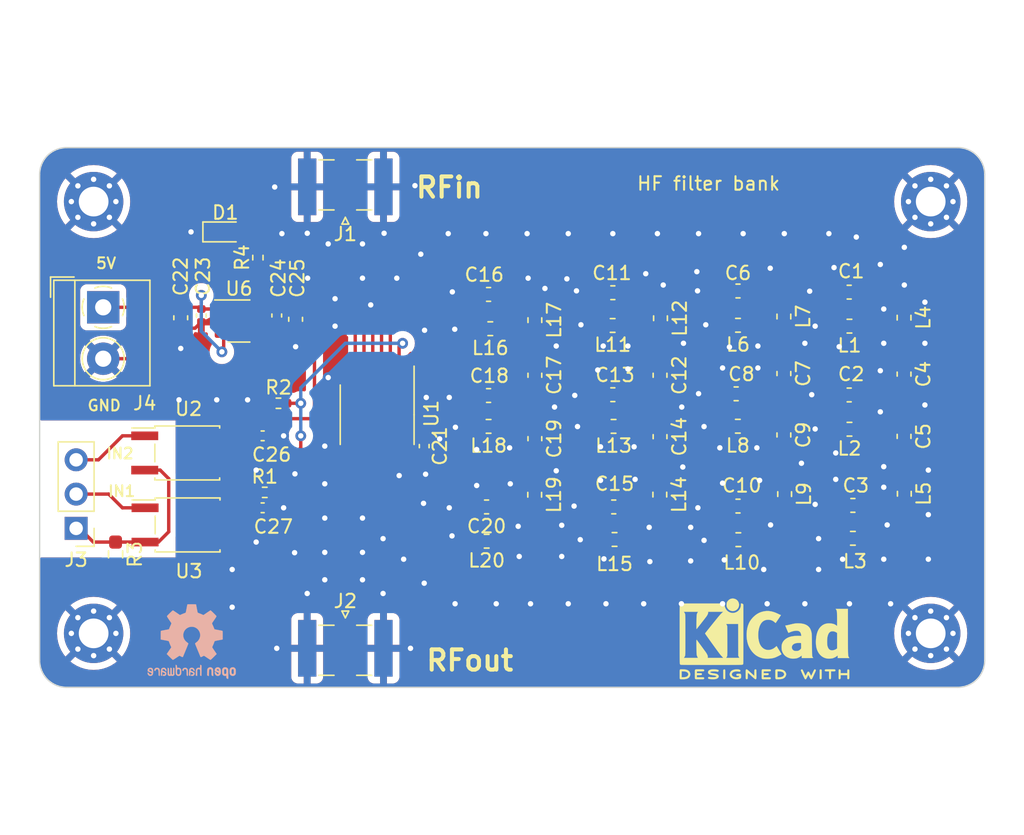
<source format=kicad_pcb>
(kicad_pcb (version 20221018) (generator pcbnew)
  (layers (0 "F.Cu" signal) (31 "B.Cu" signal) (34 "B.Paste" user) (35 "F.Paste" user) (36 "B.SilkS" user "B.Silkscreen") (37 "F.SilkS" user "F.Silkscreen") (38 "B.Mask" user) (39 "F.Mask" user) (44 "Edge.Cuts" user))
  (net 0 "")
  (net 1 "Net-(U1-1S1)")
  (net 2 "GND")
  (net 3 "Net-(C2-Pad1)")
  (net 4 "F1OUT")
  (net 5 "Net-(C4-Pad1)")
  (net 6 "Net-(C5-Pad2)")
  (net 7 "Net-(U1-1S2)")
  (net 8 "Net-(C7-Pad1)")
  (net 9 "Net-(C7-Pad2)")
  (net 10 "Net-(C9-Pad2)")
  (net 11 "F2OUT")
  (net 12 "Net-(U1-1S3)")
  (net 13 "Net-(C12-Pad1)")
  (net 14 "Net-(C12-Pad2)")
  (net 15 "Net-(C14-Pad2)")
  (net 16 "F3OUT")
  (net 17 "Net-(U1-1S4)")
  (net 18 "Net-(C17-Pad1)")
  (net 19 "Net-(C17-Pad2)")
  (net 20 "Net-(C19-Pad2)")
  (net 21 "F4OUT")
  (net 22 "+3V3")
  (net 23 "Net-(J1-In)")
  (net 24 "Net-(J2-In)")
  (net 25 "Net-(J3-Pin_2)")
  (net 26 "Net-(J3-Pin_3)")
  (net 27 "Net-(J4-Pin_1)")
  (net 28 "Net-(J3-Pin_1)")
  (net 29 "Net-(U1-IN1)")
  (net 30 "Net-(U1-IN2)")
  (net 32 "Net-(D1-A)")
  (footprint "Symbol:KiCad-Logo2_5mm_SilkScreen" (layer "F.Cu") (at 103.6828 101.3968)
    (fp_text reference "REF**" hide)
    (fp_text value "KiCad-Logo2_5mm_SilkScreen" hide)
  )
  (footprint "Inductor_SMD:L_0603_1608Metric_Pad1.05x0.95mm_HandSolder" (layer "F.Cu") (at 92.51 85.66 180)
    (fp_text reference "L13")
    (fp_text value "270nH")
  )
  (footprint "Inductor_SMD:L_0603_1608Metric_Pad1.05x0.95mm_HandSolder" (layer "F.Cu") (at 83.38 78.421 180)
    (fp_text reference "L16")
    (fp_text value "100nH")
  )
  (footprint "Capacitor_SMD:C_0603_1608Metric_Pad1.08x0.95mm_HandSolder" (layer "F.Cu") (at 95.953 81.8715 -90)
    (fp_text reference "C12")
    (fp_text value "150p")
  )
  (footprint "Capacitor_SMD:C_0603_1608Metric_Pad1.08x0.95mm_HandSolder" (layer "F.Cu") (at 105.125 86.295 -90)
    (fp_text reference "C9")
    (fp_text value "1000p")
  )
  (footprint "Inductor_SMD:L_0603_1608Metric_Pad1.05x0.95mm_HandSolder" (layer "F.Cu") (at 86.682 77.786 -90)
    (fp_text reference "L17")
    (fp_text value "560nH")
  )
  (footprint "Capacitor_SMD:C_0603_1608Metric_Pad1.08x0.95mm_HandSolder" (layer "F.Cu") (at 92.456 75.754 180)
    (fp_text reference "C11")
    (fp_text value "180p")
  )
  (footprint "Inductor_SMD:L_0603_1608Metric_Pad1.05x0.95mm_HandSolder" (layer "F.Cu") (at 101.727 78.167 180)
    (fp_text reference "L6")
    (fp_text value "2.7uH")
  )
  (footprint "Resistor_SMD:R_0603_1608Metric_Pad0.98x0.95mm_HandSolder" (layer "F.Cu") (at 55.626 95.1465 -90)
    (fp_text reference "R3")
    (fp_text value "10M")
  )
  (footprint "Inductor_SMD:L_0603_1608Metric_Pad1.05x0.95mm_HandSolder" (layer "F.Cu") (at 109.984 85.872 180)
    (fp_text reference "L2")
    (fp_text value "5.6uH")
  )
  (footprint "Inductor_SMD:L_0603_1608Metric_Pad1.05x0.95mm_HandSolder" (layer "F.Cu") (at 95.9358 90.7148 -90)
    (fp_text reference "L14")
    (fp_text value "560nH")
  )
  (footprint "Capacitor_SMD:C_0402_1005Metric" (layer "F.Cu") (at 66.52 91.694)
    (fp_text reference "C27")
    (fp_text value "0.1u")
  )
  (footprint "Resistor_SMD:R_0402_1005Metric_Pad0.72x0.64mm_HandSolder" (layer "F.Cu") (at 66.675 90.551)
    (fp_text reference "R1")
    (fp_text value "4.99k")
  )
  (footprint "Capacitor_SMD:C_0603_1608Metric_Pad1.08x0.95mm_HandSolder" (layer "F.Cu") (at 92.524 91.629 180)
    (fp_text reference "C15")
    (fp_text value "180p")
  )
  (footprint "Capacitor_SMD:C_0603_1608Metric_Pad1.08x0.95mm_HandSolder" (layer "F.Cu") (at 92.456 83.312 180)
    (fp_text reference "C13")
    (fp_text value "330p")
  )
  (footprint "Capacitor_SMD:C_0603_1608Metric" (layer "F.Cu") (at 68.961 77.724 -90)
    (fp_text reference "C25")
    (fp_text value "10u")
  )
  (footprint "Capacitor_SMD:C_0603_1608Metric_Pad1.08x0.95mm_HandSolder" (layer "F.Cu") (at 109.9625 75.712 180)
    (fp_text reference "C1")
    (fp_text value "2200p")
  )
  (footprint "Resistor_SMD:R_0402_1005Metric_Pad0.72x0.64mm_HandSolder" (layer "F.Cu") (at 67.691 83.947)
    (fp_text reference "R2")
    (fp_text value "4.99k")
  )
  (footprint "Package_SO:SO-5_4.4x3.6mm_P1.27mm" (layer "F.Cu") (at 60.96 92.964)
    (fp_text reference "U3")
    (fp_text value "TLP2368")
  )
  (footprint "Capacitor_SMD:C_0402_1005Metric" (layer "F.Cu") (at 67.564 77.442 -90)
    (fp_text reference "C24")
    (fp_text value "1u")
  )
  (footprint "Inductor_SMD:L_0603_1608Metric_Pad1.05x0.95mm_HandSolder" (layer "F.Cu") (at 83.112 94.169 180)
    (fp_text reference "L20")
    (fp_text value "100nH")
  )
  (footprint "Inductor_SMD:L_0603_1608Metric_Pad1.05x0.95mm_HandSolder" (layer "F.Cu") (at 105.125 77.518 -90)
    (fp_text reference "L7")
    (fp_text value "1.5uH")
  )
  (footprint "Inductor_SMD:L_0603_1608Metric_Pad1.05x0.95mm_HandSolder" (layer "F.Cu") (at 101.7156 85.6488 180)
    (fp_text reference "L8")
    (fp_text value "1.5uH")
  )
  (footprint "MountingHole:MountingHole_2.2mm_M2_Pad_Via" (layer "F.Cu") (at 116 69)
    (fp_text reference "H2" hide)
    (fp_text value "MountingHole_Pad")
  )
  (footprint "Inductor_SMD:L_0603_1608Metric_Pad1.05x0.95mm_HandSolder" (layer "F.Cu") (at 92.442 78.1812 180)
    (fp_text reference "L11")
    (fp_text value "470nH")
  )
  (footprint "Connector_Coaxial:SMA_Samtec_SMA-J-P-X-ST-EM1_EdgeMount" (layer "F.Cu") (at 72.644 102.108)
    (fp_text reference "J2")
    (fp_text value "Conn_Coaxial")
  )
  (footprint "Connector_PinHeader_2.54mm:PinHeader_1x03_P2.54mm_Vertical" (layer "F.Cu") (at 52.705 93.218 180)
    (fp_text reference "J3")
    (fp_text value "Conn_01x03")
  )
  (footprint "MountingHole:MountingHole_2.2mm_M2_Pad_Via" (layer "F.Cu") (at 54 69)
    (fp_text reference "H1" hide)
    (fp_text value "MountingHole_Pad")
  )
  (footprint "Inductor_SMD:L_0603_1608Metric_Pad1.05x0.95mm_HandSolder" (layer "F.Cu") (at 92.583 94.042 180)
    (fp_text reference "L15")
    (fp_text value "470nH")
  )
  (footprint "MountingHole:MountingHole_2.2mm_M2_Pad_Via" (layer "F.Cu") (at 54 101)
    (fp_text reference "H3" hide)
    (fp_text value "MountingHole_Pad")
  )
  (footprint "Capacitor_SMD:C_0603_1608Metric_Pad1.08x0.95mm_HandSolder" (layer "F.Cu") (at 105.125 81.7445 -90)
    (fp_text reference "C7")
    (fp_text value "1000p")
  )
  (footprint "Inductor_SMD:L_0603_1608Metric_Pad1.05x0.95mm_HandSolder" (layer "F.Cu") (at 86.668 90.726 -90)
    (fp_text reference "L19")
    (fp_text value "560nH")
  )
  (footprint "Capacitor_SMD:C_0603_1608Metric_Pad1.08x0.95mm_HandSolder" (layer "F.Cu") (at 86.682 81.8715 -90)
    (fp_text reference "C17")
    (fp_text value "33p")
  )
  (footprint "Capacitor_SMD:C_0603_1608Metric" (layer "F.Cu") (at 60.452 77.61 -90)
    (fp_text reference "C22")
    (fp_text value "10u")
  )
  (footprint "Capacitor_SMD:C_0402_1005Metric" (layer "F.Cu") (at 61.976 77.442 -90)
    (fp_text reference "C23")
    (fp_text value "1u")
  )
  (footprint "Capacitor_SMD:C_0603_1608Metric_Pad1.08x0.95mm_HandSolder" (layer "F.Cu") (at 101.727 75.627 180)
    (fp_text reference "C6")
    (fp_text value "470p")
  )
  (footprint "Capacitor_SMD:C_0603_1608Metric_Pad1.08x0.95mm_HandSolder" (layer "F.Cu") (at 83.253 83.374 180)
    (fp_text reference "C18")
    (fp_text value "330p")
  )
  (footprint "Inductor_SMD:L_0603_1608Metric_Pad1.05x0.95mm_HandSolder" (layer "F.Cu") (at 114.0265 77.603 -90)
    (fp_text reference "L4")
    (fp_text value "6.8uH")
  )
  (footprint "LED_SMD:LED_0603_1608Metric_Pad1.05x0.95mm_HandSolder" (layer "F.Cu") (at 63.754 71.247)
    (fp_text reference "D1")
    (fp_text value "LED_Filled")
  )
  (footprint "Package_TO_SOT_SMD:TSOT-23-5" (layer "F.Cu") (at 64.77 77.851)
    (fp_text reference "U6")
    (fp_text value "ADP151AUJZ-3.3")
  )
  (footprint "Capacitor_SMD:C_0603_1608Metric_Pad1.08x0.95mm_HandSolder" (layer "F.Cu") (at 109.9625 83.332 180)
    (fp_text reference "C2")
    (fp_text value "3900p")
  )
  (footprint "Capacitor_SMD:C_0603_1608Metric_Pad1.08x0.95mm_HandSolder" (layer "F.Cu") (at 110.236 91.5162 180)
    (fp_text reference "C3")
    (fp_text value "2200p")
  )
  (footprint "Capacitor_SMD:C_0402_1005Metric" (layer "F.Cu") (at 66.52 86.36)
    (fp_text reference "C26")
    (fp_text value "0.1u")
  )
  (footprint "Inductor_SMD:L_0603_1608Metric_Pad1.05x0.95mm_HandSolder" (layer "F.Cu") (at 110.236 93.9546 180)
    (fp_text reference "L3")
    (fp_text value "10uH")
  )
  (footprint "MountingHole:MountingHole_2.2mm_M2_Pad_Via" (layer "F.Cu") (at 116 101)
    (fp_text reference "H4" hide)
    (fp_text value "MountingHole_Pad")
  )
  (footprint "Capacitor_SMD:C_0603_1608Metric_Pad1.08x0.95mm_HandSolder" (layer "F.Cu") (at 114.0265 81.7865 -90)
    (fp_text reference "C4")
    (fp_text value "3300p")
  )
  (footprint "Inductor_SMD:L_0603_1608Metric_Pad1.05x0.95mm_HandSolder" (layer "F.Cu") (at 95.9866 77.645 -90)
    (fp_text reference "L12")
    (fp_text value "560nH")
  )
  (footprint "Capacitor_SMD:C_0603_1608Metric_Pad1.08x0.95mm_HandSolder" (layer "F.Cu") (at 101.727 91.567 180)
    (fp_text reference "C10")
    (fp_text value "470p")
  )
  (footprint "Package_SO:SO-5_4.4x3.6mm_P1.27mm" (layer "F.Cu") (at 60.935 87.63)
    (fp_text reference "U2")
    (fp_text value "TLP2368")
  )
  (footprint "Capacitor_SMD:C_0603_1608Metric_Pad1.08x0.95mm_HandSolder" (layer "F.Cu") (at 86.682 86.5705 -90)
    (fp_text reference "C19")
    (fp_text value "33p")
  )
  (footprint "Package_SO:TSSOP-16_4.4x5mm_P0.65mm" (layer "F.Cu") (at 75.0005 84.7975 -90)
    (fp_text reference "U1")
    (fp_text value "TS3A5017PWR")
  )
  (footprint "Capacitor_SMD:C_0603_1608Metric_Pad1.08x0.95mm_HandSolder" (layer "F.Cu") (at 101.5905 83.247 180)
    (fp_text reference "C8")
    (fp_text value "820p")
  )
  (footprint "Capacitor_SMD:C_0603_1608Metric_Pad1.08x0.95mm_HandSolder" (layer "F.Cu") (at 114.0265 86.4015 -90)
    (fp_text reference "C5")
    (fp_text value "3300p")
  )
  (footprint "Capacitor_SMD:C_0603_1608Metric_Pad1.08x0.95mm_HandSolder" (layer "F.Cu") (at 83.253 75.881 180)
    (fp_text reference "C16")
    (fp_text value "180p")
  )
  (footprint "Connector_Coaxial:SMA_Samtec_SMA-J-P-X-ST-EM1_EdgeMount" (layer "F.Cu") (at 72.644 67.9085 180)
    (fp_text reference "J1")
    (fp_text value "Conn_Coaxial")
  )
  (footprint "Inductor_SMD:L_0603_1608Metric_Pad1.05x0.95mm_HandSolder" (layer "F.Cu") (at 114.046 90.6526 -90)
    (fp_text reference "L5")
    (fp_text value "6.8uH")
  )
  (footprint "Inductor_SMD:L_0603_1608Metric_Pad1.05x0.95mm_HandSolder" (layer "F.Cu") (at 109.982 78.232 180)
    (fp_text reference "L1")
    (fp_text value "10uH")
  )
  (footprint "Capacitor_SMD:C_0402_1005Metric_Pad0.74x0.62mm_HandSolder" (layer "F.Cu") (at 78.486 87.122 -90)
    (fp_text reference "C21")
    (fp_text value "0.1u")
  )
  (footprint "Inductor_SMD:L_0603_1608Metric_Pad1.05x0.95mm_HandSolder" (layer "F.Cu") (at 101.7524 94.0562 180)
    (fp_text reference "L10")
    (fp_text value "2.7uH")
  )
  (footprint "Capacitor_SMD:C_0603_1608Metric_Pad1.08x0.95mm_HandSolder" (layer "F.Cu") (at 83.1045 91.629 180)
    (fp_text reference "C20")
    (fp_text value "180p")
  )
  (footprint "Inductor_SMD:L_0603_1608Metric_Pad1.05x0.95mm_HandSolder" (layer "F.Cu") (at 83.253 85.66 180)
    (fp_text reference "L18")
    (fp_text value "56nH")
  )
  (footprint "Inductor_SMD:L_0603_1608Metric_Pad1.05x0.95mm_HandSolder" (layer "F.Cu") (at 105.1814 90.678 -90)
    (fp_text reference "L9")
    (fp_text value "1.5uH")
  )
  (footprint "local:TerminalBlock3.81mm" (layer "F.Cu") (at 54.61 79.39 -90)
    (fp_text reference "J4")
    (fp_text value "Screw_Terminal_01x02")
  )
  (footprint "Resistor_SMD:R_0402_1005Metric_Pad0.72x0.64mm_HandSolder" (layer "F.Cu") (at 66.167 73.152 90)
    (fp_text reference "R4")
    (fp_text value "3k")
  )
  (footprint "Capacitor_SMD:C_0603_1608Metric_Pad1.08x0.95mm_HandSolder" (layer "F.Cu") (at 95.953 86.422 -90)
    (fp_text reference "C14")
    (fp_text value "150p")
  )
  (footprint "Symbol:OSHW-Logo2_7.3x6mm_SilkScreen" (layer "B.Cu") (at 61.2648 101.6 180)
    (fp_text reference "REF**" hide)
    (fp_text value "OSHW-Logo2_7.3x6mm_SilkScreen" hide)
  )
  (gr_line (start 118 65) (end 52 65) (stroke (width 0.1)) (layer "Edge.Cuts"))
  (gr_arc (start 118 65) (mid 119.414214 65.585786) (end 120 67) (stroke (width 0.1)) (layer "Edge.Cuts"))
  (gr_line (start 52 105) (end 118 105) (stroke (width 0.1)) (layer "Edge.Cuts"))
  (gr_line (start 50 67) (end 50 103) (stroke (width 0.1)) (layer "Edge.Cuts"))
  (gr_arc (start 120 103) (mid 119.414214 104.414214) (end 118 105) (stroke (width 0.1)) (layer "Edge.Cuts"))
  (gr_arc (start 52 105) (mid 50.585786 104.414214) (end 50 103) (stroke (width 0.1)) (layer "Edge.Cuts"))
  (gr_line (start 120 103) (end 120 67) (stroke (width 0.1)) (layer "Edge.Cuts"))
  (gr_arc (start 50 67) (mid 50.585786 65.585786) (end 52 65) (stroke (width 0.1)) (layer "Edge.Cuts"))
  (gr_text "RFin" (at 77.724 68.834) (layer "F.SilkS") (effects (font (size 1.5 1.5) (thickness 0.3) bold) (justify left bottom)))
  (gr_text "RFout" (at 78.486 103.886) (layer "F.SilkS") (effects (font (size 1.5 1.5) (thickness 0.3) bold) (justify left bottom)))
  (gr_text "GND" (at 53.467 84.582) (layer "F.SilkS") (effects (font (size 0.8 0.8)) (justify left bottom)))
  (gr_text "HF filter bank" (at 94.1578 68.2498) (layer "F.SilkS") (effects (font (size 1 1)) (justify left bottom)))
  (gr_text "5V" (at 54.102 74.041) (layer "F.SilkS") (effects (font (size 0.8 0.8)) (justify left bottom)))
  (gr_text "IN1" (at 54.991 90.932) (layer "F.SilkS") (effects (font (size 0.8 0.8)) (justify left bottom)))
  (gr_text "IN2" (at 54.864 88.138) (layer "F.SilkS") (effects (font (size 0.8 0.8)) (justify left bottom)))
  (segment (start 113.0105 75.712) (end 114.0265 76.728) (width 0.25) (layer "F.Cu") (net 1))
  (segment (start 74.0255 81.935) (end 74.0255 78.802112) (width 0.25) (layer "F.Cu") (net 1))
  (segment (start 109.6226 72.691) (end 111 74.0684) (width 0.25) (layer "F.Cu") (net 1))
  (segment (start 111 74.0684) (end 111 75.712) (width 0.25) (layer "F.Cu") (net 1))
  (segment (start 74.0255 78.802112) (end 80.136612 72.691) (width 0.25) (layer "F.Cu") (net 1))
  (segment (start 110.9785 78.252) (end 110.9785 75.7335) (width 0.25) (layer "F.Cu") (net 1))
  (segment (start 111 75.712) (end 113.0105 75.712) (width 0.25) (layer "F.Cu") (net 1))
  (segment (start 80.136612 72.691) (end 109.6226 72.691) (width 0.25) (layer "F.Cu") (net 1))
  (segment (start 110.9785 75.7335) (end 111 75.712) (width 0.25) (layer "F.Cu") (net 1))
  (segment (start 82.378 87.3818) (end 82.378 90.0372) (width 0.25) (layer "F.Cu") (net 2))
  (segment (start 108.925 75.712) (end 108.925 77.9485) (width 0.25) (layer "F.Cu") (net 2))
  (segment (start 91.381 83.374) (end 91.381 85.406) (width 0.25) (layer "F.Cu") (net 2))
  (segment (start 109.2285 79.7475) (end 109.22 79.756) (width 0.25) (layer "F.Cu") (net 2))
  (segment (start 82.067 93.999) (end 82.237 94.169) (width 0.25) (layer "F.Cu") (net 2))
  (segment (start 82.505 78.421) (end 82.505 83.0845) (width 0.25) (layer "F.Cu") (net 2))
  (segment (start 76.6255 87.66) (end 76.6255 89.3001) (width 0.25) (layer "F.Cu") (net 2))
  (segment (start 91.5416 89.662) (end 91.4865 89.7171) (width 0.25) (layer "F.Cu") (net 2))
  (segment (start 72.7255 81.935) (end 72.7255 79.0755) (width 0.25) (layer "F.Cu") (net 2))
  (segment (start 78.0796 83.3628) (end 78.359 83.6422) (width 0.25) (layer "F.Cu") (net 2))
  (segment (start 64.085 88.9) (end 66.04 88.9) (width 0.25) (layer "F.Cu") (net 2))
  (segment (start 63.6325 77.851) (end 67.493 77.851) (width 0.25) (layer "F.Cu") (net 2))
  (segment (start 67 86.36) (end 68.072 86.36) (width 0.25) (layer "F.Cu") (net 2))
  (segment (start 91.5416 87.1728) (end 91.4865 87.2279) (width 0.25) (layer "F.Cu") (net 2))
  (segment (start 109.2285 78.252) (end 109.2285 79.7475) (width 0.25) (layer "F.Cu") (net 2))
  (segment (start 91.4865 93.7665) (end 91.762 94.042) (width 0.25) (layer "F.Cu") (net 2))
  (segment (start 78.6384 83.5152) (end 78.7654 83.6422) (width 0.25) (layer "F.Cu") (net 2))
  (segment (start 82.505 83.0845) (end 82.2155 83.374) (width 0.25) (layer "F.Cu") (net 2))
  (segment (start 61.513 78.385) (end 61.976 77.922) (width 0.25) (layer "F.Cu") (net 2))
  (segment (start 100.3808 87.249) (end 100.8406 86.7892) (width 0.25) (layer "F.Cu") (net 2))
  (segment (start 69.819 98.044) (end 69.819 102.108) (width 0.25) (layer "F.Cu") (net 2))
  (segment (start 100.8406 87.7088) (end 100.3808 87.249) (width 0.25) (layer "F.Cu") (net 2))
  (segment (start 69.819 71.343) (end 69.8246 71.3486) (width 0.25) (layer "F.Cu") (net 2))
  (segment (start 69.819 67.9085) (end 69.819 71.343) (width 0.25) (layer "F.Cu") (net 2))
  (segment (start 75.469 102.108) (end 75.469 98.075) (width 0.25) (layer "F.Cu") (net 2))
  (segment (start 109.109 87.487) (end 108.966 87.63) (width 0.25) (layer "F.Cu") (net 2))
  (segment (start 64.11 94.234) (end 66.04 94.234) (width 0.25) (layer "F.Cu") (net 2))
  (segment (start 109.22 79.756) (end 109.2285 79.7645) (width 0.25) (layer "F.Cu") (net 2))
  (segment (start 109.2285 83.0285) (end 108.925 83.332) (width 0.25) (layer "F.Cu") (net 2))
  (segment (start 78.359 83.6422) (end 78.4352 83.6422) (width 0.25) (layer "F.Cu") (net 2))
  (segment (start 68.961 78.499) (end 68.961 79.756) (width 0.25) (layer "F.Cu") (net 2))
  (segment (start 78.4352 78.613) (end 78.4352 80.264) (width 0.25) (layer "F.Cu") (net 2))
  (segment (start 109.2285 79.7645) (end 109.2285 83.0285) (width 0.25) (layer "F.Cu") (net 2))
  (segment (start 78.486 83.7692) (end 78.486 86.5545) (width 0.25) (layer "F.Cu") (net 2))
  (segment (start 73.464759 83.3628) (end 78.0796 83.3628) (width 0.25) (layer "F.Cu") (net 2))
  (segment (start 82.378 85.66) (end 82.378 87.3702) (width 0.25) (layer "F.Cu") (net 2))
  (segment (start 72.7255 81.935) (end 71.481 81.935) (width 0.25) (layer "F.Cu") (net 2))
  (segment (start 91.3384 81.4832) (end 91.381 81.5258) (width 0.25) (layer "F.Cu") (net 2))
  (segment (start 72.7255 79.0755) (end 71.882 78.232) (width 0.25) (layer "F.Cu") (net 2))
  (segment (start 98.7298 75.6158) (end 100.5418 75.6158) (width 0.25) (layer "F.Cu") (net 2))
  (segment (start 78.5114 83.6422) (end 78.6384 83.5152) (width 0.25) (layer "F.Cu") (net 2))
  (segment (start 100.8406 89.6086) (end 100.8406 87.7088) (width 0.25) (layer "F.Cu") (net 2))
  (segment (start 91.2213 75.6158) (end 91.3595 75.754) (width 0.25) (layer "F.Cu") (net 2))
  (segment (start 109.109 89.7288) (end 109.109 91.5162) (width 0.25) (layer "F.Cu") (net 2))
  (segment (start 81.9473 83.6422) (end 82.2155 83.374) (width 0.25) (layer "F.Cu") (net 2))
  (segment (start 108.925 77.9485) (end 109.2285 78.252) (width 0.25) (layer "F.Cu") (net 2))
  (segment (start 78.4352 80.264) (end 78.4352 83.6422) (width 0.25) (layer "F.Cu") (net 2))
  (segment (start 91.4865 91.629) (end 91.4865 93.7665) (width 0.25) (layer "F.Cu") (net 2))
  (segment (start 75.469 98.075) (end 75.438 98.044) (width 0.25) (layer "F.Cu") (net 2))
  (segment (start 91.4865 89.7171) (end 91.4865 91.629) (width 0.25) (layer "F.Cu") (net 2))
  (segment (start 109.109 93.601) (end 109.4626 93.9546) (width 0.25) (layer "F.Cu") (net 2))
  (segment (start 82.378 90.0488) (end 82.378 91.318) (width 0.25) (layer "F.Cu") (net 2))
  (segment (start 80.5688 75.692) (end 82.0265 75.692) (width 0.25) (layer "F.Cu") (net 2))
  (segment (start 54.71 80.645) (end 59.69 80.645) (width 0.25) (layer "F.Cu") (net 2))
  (segment (start 61.976 77.922) (end 63.5615 77.922) (width 0.25) (layer "F.Cu") (net 2))
  (segment (start 78.359 83.6422) (end 78.486 83.7692) (width 0.25) (layer "F.Cu") (net 2))
  (segment (start 108.925 83.332) (end 108.925 85.688) (width 0.25) (layer "F.Cu") (net 2))
  (segment (start 80.5688 75.692) (end 78.4352 77.8256) (width 0.25) (layer "F.Cu") (net 2))
  (segment (start 82.2155 78.1315) (end 82.505 78.421) (width 0.25) (layer "F.Cu") (net 2))
  (segment (start 78.4352 83.6422) (end 78.5114 83.6422) (width 0.25) (layer "F.Cu") (net 2))
  (segment (start 76.6255 89.3001) (end 76.6318 89.3064) (width 0.25) (layer "F.Cu") (net 2))
  (segment (start 63.5615 77.922) (end 63.6325 77.851) (width 0.25) (layer "F.Cu") (net 2))
  (segment (start 91.381 81.4406) (end 91.3384 81.4832) (width 0.25) (layer "F.Cu") (net 2))
  (segment (start 78.4352 78.4606) (end 78.5114 78.5368) (width 0.25) (layer "F.Cu") (net 2))
  (segment (start 89.7636 75.6158) (end 91.2213 75.6158) (width 0.25) (layer "F.Cu") (net 2))
  (segment (start 108.925 75.712) (end 107.1064 75.712) (width 0.25) (layer "F.Cu") (net 2))
  (segment (start 108.925 85.688) (end 109.109 85.872) (width 0.25) (layer "F.Cu") (net 2))
  (segment (start 91.7448 79.7052) (end 91.381 80.069) (width 0.25) (layer "F.Cu") (net 2))
  (segment (start 60.452 78.385) (end 61.513 78.385) (width 0.25) (layer "F.Cu") (net 2))
  (segment (start 91.4865 87.1177) (end 91.5416 87.1728) (width 0.25) (layer "F.Cu") (net 2))
  (segment (start 59.69 80.645) (end 60.452 79.883) (width 0.25) (layer "F.Cu") (net 2))
  (segment (start 75.469 67.9085) (end 75.469 71.3034) (width 0.25) (layer "F.Cu") (net 2))
  (segment (start 77.2755 81.935) (end 77.2755 80.4839) (width 0.25) (layer "F.Cu") (net 2))
  (segment (start 71.481 81.935) (end 71.374 82.042) (width 0.25) (layer "F.Cu") (net 2))
  (segment (start 82.067 91.629) (end 82.067 93.999) (width 0.25) (layer "F.Cu") (net 2))
  (segment (start 91.381 78.4942) (end 91.381 79.3414) (width 0.25) (layer "F.Cu") (net 2))
  (segment (start 80.4672 83.6422) (end 81.9473 83.6422) (width 0.25) (layer "F.Cu") (net 2))
  (segment (start 82.378 83.5365) (end 82.2155 83.374) (width 0.25) (layer "F.Cu") (net 2))
  (segment (start 108.966 87.63) (end 109.109 87.773) (width 0.25) (layer "F.Cu") (net 2))
  (segment (start 67 91.694) (end 68.072 91.694) (width 0.25) (layer "F.Cu") (net 2))
  (segment (start 100.8774 91.9073) (end 100.5371 91.567) (width 0.25) (layer "F.Cu") (net 2))
  (segment (start 78.486 86.5545) (end 79.5949 86.5545) (width 0.25) (layer "F.Cu") (net 2))
  (segment (start 82.378 90.0372) (end 82.3722 90.043) (width 0.25) (layer "F.Cu") (net 2))
  (segment (start 107.1064 75.712) (end 107.0356 75.6412) (width 0.25) (layer "F.Cu") (net 2))
  (segment (start 80.2132 83.6422) (end 80.3402 83.5152) (width 0.25) (layer "F.Cu") (net 2))
  (segment (start 80.3402 83.5152) (end 80.4672 83.6422) (width 0.25) (layer "F.Cu") (net 2))
  (segment (start 91.381 79.3414) (end 91.7448 79.7052) (width 0.25) (layer "F.Cu") (net 2))
  (segment (start 91.3595 77.8467) (end 91.694 78.1812) (width 0.25) (layer "F.Cu") (net 2))
  (segment (start 77.4954 80.264) (end 78.4352 80.264) (width 0.25) (layer "F.Cu") (net 2))
  (segment (start 91.4865 89.6069) (end 91.5416 89.662) (width 0.25) (layer "F.Cu") (net 2))
  (segment (start 78.5114 78.5368) (end 78.4352 78.613) (width 0.25) (layer "F.Cu") (net 2))
  (segment (start 100.8406 86.7892) (end 100.8406 85.6488) (width 0.25) (layer "F.Cu") (net 2))
  (segment (start 82.378 91.318) (end 82.067 91.629) (width 0.25) (layer "F.Cu") (net 2))
  (segment (start 100.8406 91.2635) (end 100.8406 90.1218) (width 0.25) (layer "F.Cu") (net 2))
  (segment (start 68.384 77.922) (end 68.961 78.499) (width 0.25) (layer "F.Cu") (net 2))
  (segment (start 75.469 71.3034) (end 75.5142 71.3486) (width 0.25) (layer "F.Cu") (net 2))
  (segment (start 91.4865 87.2279) (end 91.4865 89.6069) (width 0.25) (layer "F.Cu") (net 2))
  (segment (start 100.5371 91.567) (end 100.8406 91.2635) (width 0.25) (layer "F.Cu") (net 2))
  (segment (start 77.2755 80.4839) (end 77.4954 80.264) (width 0.25) (layer "F.Cu") (net 2))
  (segment (start 109.109 91.5162) (end 109.109 93.601) (width 0.25) (layer "F.Cu") (net 2))
  (segment (start 91.694 78.1812) (end 91.381 78.4942) (width 0.25) (layer "F.Cu") (net 2))
  (segment (start 62.879 71.247) (end 61.214 71.247) (width 0.25) (layer "F.Cu") (net 2))
  (segment (start 100.8406 90.1218) (end 100.584 89.8652) (width 0.25) (layer "F.Cu") (net 2))
  (segment (start 100.8774 94.0562) (end 100.8774 91.9073) (width 0.25) (layer "F.Cu") (net 2))
  (segment (start 82.3722 90.043) (end 82.378 90.0488) (width 0.25) (layer "F.Cu") (net 2))
  (segment (start 82.378 85.66) (end 82.378 83.5365) (width 0.25) (layer "F.Cu") (net 2))
  (segment (start 72.7255 81.935) (end 72.7255 82.623541) (width 0.25) (layer "F.Cu") (net 2))
  (segment (start 82.3722 87.376) (end 82.378 87.3818) (width 0.25) (layer "F.Cu") (net 2))
  (segment (start 82.0265 75.692) (end 82.2155 75.881) (width 0.25) (layer "F.Cu") (net 2))
  (segment (start 67.564 77.922) (end 68.384 77.922) (width 0.25) (layer "F.Cu") (net 2))
  (segment (start 108.966 89.5858) (end 109.109 89.7288) (width 0.25) (layer "F.Cu") (net 2))
  (segment (start 91.3595 75.754) (end 91.3595 77.8467) (width 0.25) (layer "F.Cu") (net 2))
  (segment (start 60.452 78.385) (end 60.452 79.883) (width 0.25) (layer "F.Cu") (net 2))
  (segment (start 91.635 85.66) (end 91.4865 85.8085) (width 0.25) (layer "F.Cu") (net 2))
  (segment (start 72.7255 82.623541) (end 73.464759 83.3628) (width 0.25) (layer "F.Cu") (net 2))
  (segment (start 91.381 81.5258) (end 91.381 83.374) (width 0.25) (layer "F.Cu") (net 2))
  (segment (start 78.7654 83.6422) (end 80.2132 83.6422) (width 0.25) (layer "F.Cu") (net 2))
  (segment (start 109.109 89.4428) (end 108.966 89.5858) (width 0.25) (layer "F.Cu") (net 2))
  (segment (start 82.2155 75.881) (end 82.2155 78.1315) (width 0.25) (layer "F.Cu") (net 2))
  (segment (start 100.584 89.8652) (end 100.8406 89.6086) (width 0.25) (layer "F.Cu") (net 2))
  (segment (start 82.378 87.3702) (end 82.3722 87.376) (width 0.25) (layer "F.Cu") (net 2))
  (segment (start 100.5418 75.6158) (end 100.553 75.627) (width 0.25) (layer "F.Cu") (net 2))
  (segment (start 91.381 80.069) (end 91.381 81.4406) (width 0.25) (layer "F.Cu") (net 2))
  (segment (start 91.381 85.406) (end 91.635 85.66) (width 0.25) (layer "F.Cu") (net 2))
  (segment (start 109.109 87.773) (end 109.109 89.4428) (width 0.25) (layer "F.Cu") (net 2))
  (segment (start 78.4352 77.8256) (end 78.4352 78.4606) (width 0.25) (layer "F.Cu") (net 2))
  (segment (start 79.5949 86.5545) (end 79.629 86.5886) (width 0.25) (layer "F.Cu") (net 2))
  (segment (start 109.109 85.872) (end 109.109 87.487) (width 0.25) (layer "F.Cu") (net 2))
  (segment (start 67.493 77.851) (end 67.564 77.922) (width 0.25) (layer "F.Cu") (net 2))
  (segment (start 91.4865 85.8085) (end 91.4865 87.1177) (width 0.25) (layer "F.Cu") (net 2))
  (via (at 109.474 95.504) (size 0.8) (drill 0.4) (layers "F.Cu" "B.Cu") (net 2))
  (via (at 90.0938 78.1304) (size 0.8) (drill 0.4) (layers "F.Cu" "B.Cu") (net 2))
  (via (at 100.584 89.8652) (size 0.8) (drill 0.4) (layers "F.Cu" "B.Cu") (net 2))
  (via (at 80.3402 91.694) (size 0.8) (drill 0.4) (layers "F.Cu" "B.Cu") (net 2))
  (via (at 107.188 83.312) (size 0.8) (drill 0.4) (layers "F.Cu" "B.Cu") (net 2))
  (via (at 89.154 71.374) (size 0.8) (drill 0.4) (layers "F.Cu" "B.Cu") (net 2))
  (via (at 107.0356 75.6412) (size 0.8) (drill 0.4) (layers "F.Cu" "B.Cu") (net 2))
  (via (at 68.072 91.694) (size 0.8) (drill 0.4) (layers "F.Cu" "B.Cu") (net 2))
  (via (at 108.966 87.63) (size 0.8) (drill 0.4) (layers "F.Cu" "B.Cu") (net 2))
  (via (at 71.12 89.916) (size 0.8) (drill 0.4) (layers "F.Cu" "B.Cu") (net 2))
  (via (at 75.5142 71.3486) (size 0.8) (drill 0.4) (layers "F.Cu" "B.Cu") (net 2))
  (via (at 107.442 78.232) (size 0.8) (drill 0.4) (layers "F.Cu" "B.Cu") (net 2))
  (via (at 103.632 96.266) (size 0.8) (drill 0.4) (layers "F.Cu" "B.Cu") (net 2))
  (via (at 107.442 91.44) (size 0.8) (drill 0.4) (layers "F.Cu" "B.Cu") (net 2))
  (via (at 114.046 75.184) (size 0.8) (drill 0.4) (layers "F.Cu" "B.Cu") (net 2))
  (via (at 91.7956 95.4786) (size 0.8) (drill 0.4) (layers "F.Cu" "B.Cu") (net 2))
  (via (at 88.6714 92.9894) (size 0.8) (drill 0.4) (layers "F.Cu" "B.Cu") (net 2))
  (via (at 69.819 98.044) (size 0.8) (drill 0.4) (layers "F.Cu" "B.Cu") (net 2))
  (via (at 80.264 71.374) (size 0.8) (drill 0.4) (layers "F.Cu" "B.Cu") (net 2))
  (via (at 112.268 81.534) (size 0.8) (drill 0.4) (layers "F.Cu" "B.Cu") (net 2))
  (via (at 89.0524 74.7268) (size 0.8) (drill 0.4) (layers "F.Cu" "B.Cu") (net 2))
  (via (at 73.914 74.676) (size 0.8) (drill 0.4) (layers "F.Cu" "B.Cu") (net 2))
  (via (at 85.4456 93.0656) (size 0.8) (drill 0.4) (layers "F.Cu" "B.Cu") (net 2))
  (via (at 71.374 82.042) (size 0.8) (drill 0.4) (layers "F.Cu" "B.Cu") (net 2))
  (via (at 87.4268 75.438) (size 0.8) (drill 0.4) (layers "F.Cu" "B.Cu") (net 2))
  (via (at 84.8614 89.916) (size 0.8) (drill 0.4) (layers "F.Cu" "B.Cu") (net 2))
  (via (at 71.12 94.996) (size 0.8) (drill 0.4) (layers "F.Cu" "B.Cu") (net 2))
  (via (at 107.696 96.266) (size 0.8) (drill 0.4) (layers "F.Cu" "B.Cu") (net 2))
  (via (at 98.806 71.374) (size 0.8) (drill 0.4) (layers "F.Cu" "B.Cu") (net 2))
  (via (at 86.36 98.806) (size 0.8) (drill 0.4) (layers "F.Cu" "B.Cu") (net 2))
  (via (at 76.454 74.676) (size 0.8) (drill 0.4) (layers "F.Cu" "B.Cu") (net 2))
  (via (at 78.5876 89.2048) (size 0.8) (drill 0.4) (layers "F.Cu" "B.Cu") (net 2))
  (via (at 83.058 71.374) (size 0.8) (drill 0.4) (layers "F.Cu" "B.Cu") (net 2))
  (via (at 71.12 87.122) (size 0.8) (drill 0.4) (layers "F.Cu" "B.Cu") (net 2))
  (via (at 71.882 76.2) (size 0.8) (drill 0.4) (layers "F.Cu" "B.Cu") (net 2))
  (via (at 68.072 86.36) (size 0.8) (drill 0.4) (layers "F.Cu" "B.Cu") (net 2))
  (via (at 69.8246 71.3486) (size 0.8) (drill 0.4) (layers "F.Cu" "B.Cu") (net 2))
  (via (at 66.04 94.234) (size 0.8) (drill 0.4) (layers "F.Cu" "B.Cu") (net 2))
  (via (at 91.948 98.806) (size 0.8) (drill 0.4) (layers "F.Cu" "B.Cu") (net 2))
  (via (at 104.14 92.964) (size 0.8) (drill 0.4) (layers "F.Cu" "B.Cu") (net 2))
  (via (at 71.882 78.232) (size 0.8) (drill 0.4) (layers "F.Cu" "B.Cu") (net 2))
  (via (at 78.232 72.898) (size 0.8) (drill 0.4) (layers "F.Cu" "B.Cu") (net 2))
  (via (at 94.0308 87.1728) (size 0.8) (drill 0.4) (layers "F.Cu" "B.Cu") (net 2))
  (via (at 99.3394 78.1304) (size 0.8) (drill 0.4) (layers "F.Cu" "B.Cu") (net 2))
  (via (at 68.9102 89.1794) (size 0.8) (drill 0.4) (layers "F.Cu" "B.Cu") (net 2))
  (via (at 99.2124 94.107) (size 0.8) (drill 0.4) (layers "F.Cu" "B.Cu") (net 2))
  (via (at 83.82 98.806) (size 0.8) (drill 0.4) (layers "F.Cu" "B.Cu") (net 2))
  (via (at 112.522 88.646) (size 0.8) (drill 0.4) (layers "F.Cu" "B.Cu") (net 2))
  (via (at 98.7298 75.6158) (size 0.8) (drill 0.4) (layers "F.Cu" "B.Cu") (net 2))
  (via (at 94.742 98.806) (size 0.8) (drill 0.4) (layers "F.Cu" "B.Cu") (net 2))
  (via (at 88.265 88.9508) (size 0.8) (drill 0.4) (layers "F.Cu" "B.Cu") (net 2))
  (via (at 88.6714 95.3008) (size 0.8) (drill 0.4) (layers "F.Cu" "B.Cu") (net 2))
  (via (at 98.806 83.2358) (size 0.8) (drill 0.4) (layers "F.Cu" "B.Cu") (net 2))
  (via (at 91.5416 89.662) (size 0.8) (drill 0.4) (layers "F.Cu" "B.Cu") (net 2))
  (via (at 96.1898 75.184) (size 0.8) (drill 0.4) (layers "F.Cu" "B.Cu") (net 2))
  (via (at 109.982 98.806) (size 0.8) (drill 0.4) (layers "F.Cu" "B.Cu") (net 2))
  (via (at 90.043 94.0562) (size 0.8) (drill 0.4) (layers "F.Cu" "B.Cu") (net 2))
  (via (at 78.486 97.282) (size 0.8) (drill 0.4) (layers "F.Cu" "B.Cu") (net 2))
  (via (at 73.914 72.136) (size 0.8) (drill 0.4) (layers "F.Cu" "B.Cu") (net 2))
  (via (at 95.758 71.374) (size 0.8) (drill 0.4) (layers "F.Cu" "B.Cu") (net 2))
  (via (at 97.536 98.806) (size 0.8) (drill 0.4) (layers "F.Cu" "B.Cu") (net 2))
  (via (at 106.426 88.392) (size 0.8) (drill 0.4) (layers "F.Cu" "B.Cu") (net 2))
  (via (at 98.2218 93.1418) (size 0.8) (drill 0.4) (layers "F.Cu" "B.Cu") (net 2))
  (via (at 80.772 98.806) (size 0.8) (drill 0.4) (layers "F.Cu" "B.Cu") (net 2))
  (via (at 80.5434 93.7768) (size 0.8) (drill 0.4) (layers "F.Cu" "B.Cu") (net 2))
  (via (at 115.57 84.074) (size 0.8) (drill 0.4) (layers "F.Cu" "B.Cu") (net 2))
  (via (at 88.138 84.2264) (size 0.8) (drill 0.4) (layers "F.Cu" "B.Cu") (net 2))
  (via (at 110.49 71.628) (size 0.8) (drill 0.4) (layers "F.Cu" "B.Cu") (net 2))
  (via (at 114.046 72.39) (size 0.8) (drill 0.4) (layers "F.Cu" "B.Cu") (net 2))
  (via (at 64.262 99.06) (size 0.8) (drill 0.4) (layers "F.Cu" "B.Cu") (net 2))
  (via (at 66.04 88.9) (size 0.8) (drill 0.4) (layers "F.Cu" "B.Cu") (net 2))
  (via (at 89.7636 75.6158) (size 0.8) (drill 0.4) (layers "F.Cu" "B.Cu") (net 2))
  (via (at 98.2218 95.631) (size 0.8) (drill 0.4) (layers "F.Cu" "B.Cu") (net 2))
  (via (at 115.824 95.504) (size 0.8) (drill 0.4) (layers "F.Cu" "B.Cu") (net 2))
  (via (at 71.12 92.456) (size 0.8) (drill 0.4) (layers "F.Cu" "B.Cu") (net 2))
  (via (at 89.154 98.806) (size 0.8) (drill 0.4) (layers "F.Cu" "B.Cu") (net 2))
  (via (at 73.914 94.996) (size 0.8) (drill 0.4) (layers "F.Cu" "B.Cu") (net 2))
  (via (at 95.1484 93.1418) (size 0.8) (drill 0.4) (layers "F.Cu" "B.Cu") (net 2))
  (via (at 74.5236 76.6572) (size 0.8) (drill 0.4) (layers "F.Cu" "B.Cu") (net 2))
  (via (at 112.522 95.504) (size 0.8) (drill 0.4) (layers "F.Cu" "B.Cu") (net 2))
  (via (at 60.452 79.883) (size 0.8) (drill 0.4) (layers "F.Cu" "B.Cu") (net 2))
  (via (at 76.962 95.504) (size 0.8) (drill 0.4) (layers "F.Cu" "B.Cu") (net 2))
  (via (at 80.7974 85.725) (size 0.8) (drill 0.4) (layers "F.Cu" "B.Cu") (net 2))
  (via (at 103.124 87.249) (size 0.8) (drill 0.4) (layers "F.Cu" "B.Cu") (net 2))
  (via (at 71.374 72.136) (size 0.8) (drill 0.4) (layers "F.Cu" "B.Cu") (net 2))
  (via (at 112.776 92.964) (size 0.8) (drill 0.4) (layers "F.Cu" "B.Cu") (net 2))
  (via (at 86.106 71.374) (size 0.8) (drill 0.4) (layers "F.Cu" "B.Cu") (net 2))
  (via (at 75.438 98.044) (size 0.8) (drill 0.4) (layers "F.Cu" "B.Cu") (net 2))
  (via (at 112.268 73.66) (size 0.8) (drill 0.4) (layers "F.Cu" "B.Cu") (net 2))
  (via (at 63.119 83.693) (size 0.8) (drill 0.4) (layers "F.Cu" "B.Cu") (net 2))
  (via (at 97.6884 79.502) (size 0.8) (drill 0.4) (layers "F.Cu" "B.Cu") (net 2))
  (via (at 97.6376 88.6714) (size 0.8) (drill 0.4) (layers "F.Cu" "B.Cu") (net 2))
  (via (at 78.4352 91.3638) (size 0.8) (drill 0.4) (layers "F.Cu" "B.Cu") (net 2))
  (via (at 100.584 98.806) (size 0.8) (drill 0.4) (layers "F.Cu" "B.Cu") (net 2))
  (via (at 105.156 71.374) (size 0.8) (drill 0.4) (layers "F.Cu" "B.Cu") (net 2))
  (via (at 97.5614 84.2264) (size 0.8) (drill 0.4) (layers "F.Cu" "B.Cu") (net 2))
  (via (at 78.6384 83.5152) (size 0.8) (drill 0.4) (layers "F.Cu" "B.Cu") (net 2))
  (via (at 73.914 92.456) (size 0.8) (drill 0.4) (layers "F.Cu" "B.Cu") (net 2))
  (via (at 115.57 79.502) (size 0.8) (drill 0.4) (layers "F.Cu" "B.Cu") (net 2))
  (via (at 77.8002 67.818) (size 0.8) (drill 0.4) (layers "F.Cu" "B.Cu") (net 2))
  (via (at 77.47 102.108) (size 0.8) (drill 0.4) (layers "F.Cu" "B.Cu") (net 2))
  (via (at 94.107 89.5858) (size 0.8) (drill 0.4) (layers "F.Cu" "B.Cu") (net 2))
  (via (at 106.68 79.502) (size 0.8) (drill 0.4) (layers "F.Cu" "B.Cu") (net 2))
  (via (at 98.7552 91.694) (size 0.8) (drill 0.4) (layers "F.Cu" "B.Cu") (net 2))
  (via (at 85.5218 95.3008) (size 0.8) (drill 0.4) (layers "F.Cu" "B.Cu") (net 2))
  (via (at 79.629 86.5886) (size 0.8) (drill 0.4) (layers "F.Cu" "B.Cu") (net 2))
  (via (at 99.2124 85.6742) (size 0.8) (drill 0.4) (layers "F.Cu" "B.Cu") (net 2))
  (via (at 82.3722 90.043) (size 0.8) (drill 0.4) (layers "F.Cu" "B.Cu") (net 2))
  (via (at 89.5858 91.567) (size 0.8) (drill 0.4) (layers "F.Cu" "B.Cu") (net 2))
  (via (at 115.824 92.202) (size 0.8) (drill 0.4) (layers "F.Cu" "B.Cu") (net 2))
  (via (at 76.6318 89.3064) (size 0.8) (drill 0.4) (layers "F.Cu" "B.Cu") (net 2))
  (via (at 95.1992 95.6818) (size 0.8) (drill 0.4) (layers "F.Cu" "B.Cu") (net 2))
  (via (at 103.886 98.806) (size 0.8) (drill 0.4) (layers "F.Cu" "B.Cu") (net 2))
  (via (at 94.8944 74.3458) (size 0.8) (drill 0.4) (layers "F.Cu" "B.Cu") (net 2))
  (via (at 71.12 97.028) (size 0.8) (drill 0.4) (layers "F.Cu" "B.Cu") (net 2))
  (via (at 112.522 76.962) (size 0.8) (drill 0.4) (layers "F.Cu" "B.Cu") (net 2))
  (via (at 84.8106 87.249) (size 0.8) (drill 0.4) (layers "F.Cu" "B.Cu") (net 2))
  (via (at 89.8398 85.6742) (size 0.8) (drill 0.4) (layers "F.Cu" "B.Cu") (net 2))
  (via (at 92.456 71.374) (size 0.8) (drill 0.4) (layers "F.Cu" "B.Cu") (net 2))
  (via (at 80.3402 83.5152) (size 0.8) (drill 0.4) (layers "F.Cu" "B.Cu") (net 2))
  (via (at 103.2002 79.7052) (size 0.8) (drill 0.4) (layers "F.Cu" "B.Cu") (net 2))
  (via (at 113.03 98.806) (size 0.8) (drill 0.4) (layers "F.Cu" "B.Cu") (net 2))
  (via (at 100.711 95.5548) (size 0.8) (drill 0.4) (layers "F.Cu" "B.Cu") (net 2))
  (via (at 104.1146 73.9394) (size 0.8) (drill 0.4) (layers "F.Cu" "B.Cu") (net 2))
  (via (at 112.268 84.582) (size 0.8) (drill 0.4) (layers "F.Cu" "B.Cu") (net 2))
  (via (at 68.961 79.756) (size 0.8) (drill 0.4) (layers "F.Cu" "B.Cu") (net 2))
  (via (at 108.839 73.8886) (size 0.8) (drill 0.4) (layers "F.Cu" "B.Cu") (net 2))
  (via (at 108.458 71.374) (size 0.8) (drill 0.4) (layers "F.Cu" "B.Cu") (net 2))
  (via (at 91.3384 81.4832) (size 0.8) (drill 0.4) (layers "F.Cu" "B.Cu") (net 2))
  (via (at 112.522 79.502) (size 0.8) (drill 0.4) (layers "F.Cu" "B.Cu") (net 2))
  (via (at 103.3272 89.662) (size 0.8) (drill 0.4) (layers "F.Cu" "B.Cu") (net 2))
  (via (at 67.4116 67.9196) (size 0.8) (drill 0.4) (layers "F.Cu" "B.Cu") (net 2))
  (via (at 115.824 88.9) (size 0.8) (drill 0.4) (layers "F.Cu" "B.Cu") (net 2))
  (via (at 115.57 76.454) (size 0.8) (drill 0.4) (layers "F.Cu" "B.Cu") (net 2))
  (via (at 100.584 81.3308) (size 0.8) (drill 0.4) (layers "F.Cu" "B.Cu") (net 2))
  (via (at 67.564 102.108) (size 0.8) (drill 0.4) (layers "F.Cu" "B.Cu") (net 2))
  (via (at 107.442 85.852) (size 0.8) (drill 0.4) (layers "F.Cu" "B.Cu") (net 2))
  (via (at 112.522 90.17) (size 0.8) (drill 0.4) (layers "F.Cu" "B.Cu") (net 2))
  (via (at 106.68 98.806) (size 0.8) (drill 0.4) (layers "F.Cu" "B.Cu") (net 2))
  (via (at 89.6366 83.3628) (size 0.8) (drill 0.4) (layers "F.Cu" "B.Cu") (net 2))
  (via (at 109.22 79.756) (size 0.8) (drill 0.4) (layers "F.Cu" "B.Cu") (net 2))
  (via (at 93.5736 81.407) (size 0.8) (drill 0.4) (layers "F.Cu" "B.Cu") (net 2))
  (via (at 91.7448 79.7052) (size 0.8) (drill 0.4) (layers "F.Cu" "B.Cu") (net 2))
  (via (at 100.3808 87.249) (size 0.8) (drill 0.4) (layers "F.Cu" "B.Cu") (net 2))
  (via (at 65.405 83.693) (size 0.8) (drill 0.4) (layers "F.Cu" "B.Cu") (net 2))
  (via (at 93.5736 79.7052) (size 0.8) (drill 0.4) (layers "F.Cu" "B.Cu") (net 2))
  (via (at 98.679 74.1934) (size 0.8) (drill 0.4) (layers "F.Cu" "B.Cu") (net 2))
  (via (at 73.914 97.028) (size 0.8) (drill 0.4) (layers "F.Cu" "B.Cu") (net 2))
  (via (at 78.5114 78.5368) (size 0.8) (drill 0.4) (layers "F.Cu" "B.Cu") (net 2))
  (via (at 88.265 79.7052) (size 0.8) (drill 0.4) (layers "F.Cu" "B.Cu") (net 2))
  (via (at 68.8848 95.0214) (size 0.8) (drill 0.4) (layers "F.Cu" "B.Cu") (net 2))
  (via (at 80.5688 75.692) (size 0.8) (drill 0.4) (layers "F.Cu" "B.Cu") (net 2))
  (via (at 102.108 71.374) (size 0.8) (drill 0.4) (layers "F.Cu" "B.Cu") (net 2))
  (via (at 108.966 89.5858) (size 0.8) (drill 0.4) (layers "F.Cu" "B.Cu") (net 2))
  (via (at 60.325 83.693) (size 0.8) (drill 0.4) (layers "F.Cu" "B.Cu") (net 2))
  (via (at 64.262 96.266) (size 0.8) (drill 0.4) (layers "F.Cu" "B.Cu") (net 2))
  (via (at 82.3722 87.376) (size 0.8) (drill 0.4) (layers "F.Cu" "B.Cu") (net 2))
  (via (at 107.696 93.98) (size 0.8) (drill 0.4) (layers "F.Cu" "B.Cu") (net 2))
  (via (at 101.092 79.7814) (size 0.8) (drill 0.4) (layers "F.Cu" "B.Cu") (net 2))
  (via (at 61.214 71.247) (size 0.8) (drill 0.4) (layers "F.Cu" "B.Cu") (net 2))
  (via (at 103.2002 81.3308) (size 0.8) (drill 0.4) (layers "F.Cu" "B.Cu") (net 2))
  (via (at 75.438 93.98) (size 0.8) (drill 0.4) (layers "F.Cu" "B.Cu") (net 2))
  (via (at 80.7466 78.4606) (size 0.8) (drill 0.4) (layers "F.Cu" "B.Cu") (net 2))
  (via (at 86.1822 74.676) (size 0.8) (drill 0.4) (layers "F.Cu" "B.Cu") (net 2))
  (via (at 69.85 74.676) (size 0.8) (drill 0.4) (layers "F.Cu" "B.Cu") (net 2))
  (via (at 91.5416 87.1728) (size 0.8) (drill 0.4) (layers "F.Cu" "B.Cu") (net 2))
  (via (at 67.945 71.374) (size 0.8) (drill 0.4) (layers "F.Cu" "B.Cu") (net 2))
  (segment (start 60.198 79.629) (end 60.452 79.883) (width 0.25) (layer "B.Cu") (net 2))
  (segment (start 68.9102 89.1794) (end 68.9102 87.8332) (width 0.25) (layer "B.Cu") (net 2))
  (segment (start 96.6216 75.6158) (end 96.1898 75.184) (width 0.25) (layer "B.Cu") (net 2))
  (segment (start 61.214 71.755) (end 64.897 75.438) (width 0.25) (layer "B.Cu") (net 2))
  (segment (start 66.04 88.9) (end 68.6308 88.9) (width 0.25) (layer "B.Cu") (net 2))
  (segment (start 68.072 86.995) (end 68.072 86.36) (width 0.25) (layer "B.Cu") (net 2))
  (segment (start 79.8576 75.692) (end 80.5688 75.692) (width 0.25) (layer "B.Cu") (net 2))
  (segment (start 69.8246 71.3486) (end 75.5142 71.3486) (width 0.25) (layer "B.Cu") (net 2))
  (segment (start 64.897 75.438) (end 64.897 80.01) (width 0.25) (layer "B.Cu") (net 2))
  (segment (start 71.12 87.122) (end 70.9676 87.122) (width 0.25) (layer "B.Cu") (net 2))
  (segment (start 98.7298 75.6158) (end 96.6216 75.6158) (width 0.25) (layer "B.Cu") (net 2))
  (segment (start 68.072 91.694) (end 68.072 90.0176) (width 0.25) (layer "B.Cu") (net 2))
  (segment (start 78.6892 89.3064) (end 79.4258 89.3064) (width 0.25) (layer "B.Cu") (net 2))
  (segment (start 78.486 89.3064) (end 78.5876 89.2048) (width 0.25) (layer "B.Cu") (net 2))
  (segment (start 68.072 80.645) (end 68.072 86.36) (width 0.25) (layer "B.Cu") (net 2))
  (segment (start 87.249 75.6158) (end 80.645 75.6158) (width 0.25) (layer "B.Cu") (net 2))
  (segment (start 71.12 87.122) (end 71.374 86.868) (width 0.25) (layer "B.Cu") (net 2))
  (segment (start 98.7552 75.6412) (end 98.7298 75.6158) (width 0.25) (layer "B.Cu") (net 2))
  (segment (start 95.758 75.6158) (end 89.7636 75.6158) (width 0.25) (layer "B.Cu") (net 2))
  (segment (start 79.629 89.1032) (end 79.629 86.5886) (width 0.25) (layer "B.Cu") (net 2))
  (segment (start 64.897 80.01) (end 65.405 80.518) (width 0.25) (layer "B.Cu") (net 2))
  (segment (start 96.1898 75.184) (end 95.758 75.6158) (width 0.25) (layer "B.Cu") (net 2))
  (segment (start 79.4258 89.3064) (end 79.629 89.1032) (width 0.25) (layer "B.Cu") (net 2))
  (segment (start 89.7636 75.6158) (end 87.6046 75.6158) (width 0.25) (layer "B.Cu") (net 2))
  (segment (start 107.0356 75.6412) (end 98.7552 75.6412) (width 0.25) (layer "B.Cu") (net 2))
  (segment (start 68.9102 87.8332) (end 68.072 86.995) (width 0.25) (layer "B.Cu") (net 2))
  (segment (start 75.5142 71.3486) (end 79.8576 75.692) (width 0.25) (layer "B.Cu") (net 2))
  (segment (start 65.405 80.518) (end 68.199 80.518) (width 0.25) (layer "B.Cu") (net 2))
  (segment (start 87.4268 75.438) (end 87.249 75.6158) (width 0.25) (layer "B.Cu") (net 2))
  (segment (start 87.6046 75.6158) (end 87.4268 75.438) (width 0.25) (layer "B.Cu") (net 2))
  (segment (start 68.072 92.202) (end 68.072 91.694) (width 0.25) (layer "B.Cu") (net 2))
  (segment (start 68.6308 88.9) (end 68.9102 89.1794) (width 0.25) (layer "B.Cu") (net 2))
  (segment (start 79.629 86.5886) (end 71.501 86.5886) (width 0.25) (layer "B.Cu") (net 2))
  (segment (start 66.04 94.234) (end 68.072 92.202) (width 0.25) (layer "B.Cu") (net 2))
  (segment (start 61.214 71.247) (end 61.214 71.755) (width 0.25) (layer "B.Cu") (net 2))
  (segment (start 70.358 79.756) (end 71.882 78.232) (width 0.25) (layer "B.Cu") (net 2))
  (segment (start 68.961 79.756) (end 70.358 79.756) (width 0.25) (layer "B.Cu") (net 2))
  (segment (start 80.645 75.6158) (end 80.5688 75.692) (width 0.25) (layer "B.Cu") (net 2))
  (segment (start 68.199 80.518) (end 68.072 80.645) (width 0.25) (layer "B.Cu") (net 2))
  (segment (start 68.072 90.0176) (end 68.9102 89.1794) (width 0.25) (layer "B.Cu") (net 2))
  (segment (start 71.12 86.9696) (end 71.12 87.122) (width 0.25) (layer "B.Cu") (net 2))
  (segment (start 71.501 86.5886) (end 71.12 86.9696) (width 0.25) (layer "B.Cu") (net 2))
  (segment (start 71.374 86.868) (end 71.374 82.042) (width 0.25) (layer "B.Cu") (net 2))
  (segment (start 78.5876 89.2048) (end 78.6892 89.3064) (width 0.25) (layer "B.Cu") (net 2))
  (segment (start 70.9676 87.122) (end 68.9102 89.1794) (width 0.25) (layer "B.Cu") (net 2))
  (segment (start 76.6318 89.3064) (end 78.486 89.3064) (width 0.25) (layer "B.Cu") (net 2))
  (segment (start 75.438 98.044) (end 69.819 98.044) (width 0.25) (layer "B.Cu") (net 2))
  (segment (start 68.961 79.756) (end 68.199 80.518) (width 0.25) (layer "B.Cu") (net 2))
  (segment (start 110.859 83.473) (end 111 83.332) (width 0.25) (layer "F.Cu") (net 3))
  (segment (start 114.0265 82.824) (end 114.0265 85.364) (width 0.25) (layer "F.Cu") (net 3))
  (segment (start 112.4258 82.824) (end 111.9178 83.332) (width 0.25) (layer "F.Cu") (net 3))
  (segment (start 114.0265 82.824) (end 112.4258 82.824) (width 0.25) (layer "F.Cu") (net 3))
  (segment (start 110.859 85.872) (end 110.859 83.473) (width 0.25) (layer "F.Cu") (net 3))
  (segment (start 111.9178 83.332) (end 111 83.332) (width 0.25) (layer "F.Cu") (net 3))
  (segment (start 111.2126 95.518) (end 111.2126 93.9546) (width 0.25) (layer "F.Cu") (net 4))
  (segment (start 111.184 91.5162) (end 114.0346 91.5162) (width 0.25) (layer "F.Cu") (net 4))
  (segment (start 80.670012 97.3874) (end 109.3432 97.3874) (width 0.25) (layer "F.Cu") (net 4))
  (segment (start 111.2126 91.5448) (end 111.184 91.5162) (width 0.25) (layer "F.Cu") (net 4))
  (segment (start 111.2126 93.9546) (end 111.2126 91.5448) (width 0.25) (layer "F.Cu") (net 4))
  (segment (start 73.3755 87.66) (end 73.3755 90.092888) (width 0.25) (layer "F.Cu") (net 4))
  (segment (start 109.3432 97.3874) (end 111.2126 95.518) (width 0.25) (layer "F.Cu") (net 4))
  (segment (start 114.0346 91.5162) (end 114.046 91.5276) (width 0.25) (layer "F.Cu") (net 4))
  (segment (start 73.3755 90.092888) (end 80.670012 97.3874) (width 0.25) (layer "F.Cu") (net 4))
  (segment (start 114.0265 78.478) (end 114.0265 80.749) (width 0.25) (layer "F.Cu") (net 5))
  (segment (start 114.046 89.7776) (end 114.046 87.4585) (width 0.25) (layer "F.Cu") (net 6))
  (segment (start 114.046 87.4585) (end 114.0265 87.439) (width 0.25) (layer "F.Cu") (net 6))
  (segment (start 102.811 75.81) (end 102.628 75.627) (width 0.25) (layer "F.Cu") (net 7))
  (segment (start 104.109 75.627) (end 105.125 76.643) (width 0.25) (layer "F.Cu") (net 7))
  (segment (start 74.6755 81.935) (end 74.6755 78.788508) (width 0.25) (layer "F.Cu") (net 7))
  (segment (start 102.811 78.167) (end 102.811 75.81) (width 0.25) (layer "F.Cu") (net 7))
  (segment (start 101.2334 73.141) (end 102.628 74.5356) (width 0.25) (layer "F.Cu") (net 7))
  (segment (start 74.6755 78.788508) (end 80.323008 73.141) (width 0.25) (layer "F.Cu") (net 7))
  (segment (start 80.323008 73.141) (end 101.2334 73.141) (width 0.25) (layer "F.Cu") (net 7))
  (segment (start 102.628 74.5356) (end 102.628 75.627) (width 0.25) (layer "F.Cu") (net 7))
  (segment (start 102.628 75.627) (end 104.109 75.627) (width 0.25) (layer "F.Cu") (net 7))
  (segment (start 105.125 80.707) (end 105.125 78.393) (width 0.25) (layer "F.Cu") (net 8))
  (segment (start 105.125 82.782) (end 105.125 85.2575) (width 0.25) (layer "F.Cu") (net 9))
  (segment (start 102.5906 83.2844) (end 102.628 83.247) (width 0.25) (layer "F.Cu") (net 9))
  (segment (start 103.6794 82.782) (end 105.125 82.782) (width 0.25) (layer "F.Cu") (net 9))
  (segment (start 102.628 83.247) (end 103.2144 83.247) (width 0.25) (layer "F.Cu") (net 9))
  (segment (start 103.2144 83.247) (end 103.6794 82.782) (width 0.25) (layer "F.Cu") (net 9))
  (segment (start 102.5906 85.6488) (end 102.5906 83.2844) (width 0.25) (layer "F.Cu") (net 9))
  (segment (start 105.1814 89.803) (end 105.1814 87.3889) (width 0.25) (layer "F.Cu") (net 10))
  (segment (start 105.1814 87.3889) (end 105.125 87.3325) (width 0.25) (layer "F.Cu") (net 10))
  (segment (start 80.856408 96.9374) (end 101.081 96.9374) (width 0.25) (layer "F.Cu") (net 11))
  (segment (start 102.6274 95.391) (end 102.6274 94.0562) (width 0.25) (layer "F.Cu") (net 11))
  (segment (start 102.6274 91.5823) (end 102.6121 91.567) (width 0.25) (layer "F.Cu") (net 11))
  (segment (start 74.0255 90.106492) (end 80.856408 96.9374) (width 0.25) (layer "F.Cu") (net 11))
  (segment (start 102.6121 91.567) (end 105.1674 91.567) (width 0.25) (layer "F.Cu") (net 11))
  (segment (start 74.0255 87.66) (end 74.0255 90.106492) (width 0.25) (layer "F.Cu") (net 11))
  (segment (start 105.1674 91.567) (end 105.1814 91.553) (width 0.25) (layer "F.Cu") (net 11))
  (segment (start 101.081 96.9374) (end 102.6274 95.391) (width 0.25) (layer "F.Cu") (net 11))
  (segment (start 102.6274 94.0562) (end 102.6274 91.5823) (width 0.25) (layer "F.Cu") (net 11))
  (segment (start 93.4345 75.754) (end 94.796 75.754) (width 0.25) (layer "F.Cu") (net 12))
  (segment (start 94.796 75.754) (end 95.812 76.77) (width 0.25) (layer "F.Cu") (net 12))
  (segment (start 75.3255 78.774904) (end 80.509404 73.591) (width 0.25) (layer "F.Cu") (net 12))
  (segment (start 93.4345 75.1973) (end 93.4345 75.754) (width 0.25) (layer "F.Cu") (net 12))
  (segment (start 93.444 75.7635) (end 93.4345 75.754) (width 0.25) (layer "F.Cu") (net 12))
  (segment (start 75.3255 81.935) (end 75.3255 78.774904) (width 0.25) (layer "F.Cu") (net 12))
  (segment (start 93.444 78.1812) (end 93.444 75.7635) (width 0.25) (layer "F.Cu") (net 12))
  (segment (start 91.8282 73.591) (end 93.4345 75.1973) (width 0.25) (layer "F.Cu") (net 12))
  (segment (start 80.509404 73.591) (end 91.8282 73.591) (width 0.25) (layer "F.Cu") (net 12))
  (segment (start 95.9866 80.8004) (end 95.953 80.834) (width 0.25) (layer "F.Cu") (net 13))
  (segment (start 95.9866 78.52) (end 95.9866 80.8004) (width 0.25) (layer "F.Cu") (net 13))
  (segment (start 95.953 85.3845) (end 95.953 82.909) (width 0.25) (layer "F.Cu") (net 14))
  (segment (start 93.385 85.66) (end 93.385 83.445) (width 0.25) (layer "F.Cu") (net 14))
  (segment (start 95.488 83.374) (end 95.953 82.909) (width 0.25) (layer "F.Cu") (net 14))
  (segment (start 93.456 83.374) (end 95.488 83.374) (width 0.25) (layer "F.Cu") (net 14))
  (segment (start 93.385 83.445) (end 93.456 83.374) (width 0.25) (layer "F.Cu") (net 14))
  (segment (start 95.9358 89.8398) (end 95.9358 87.4767) (width 0.25) (layer "F.Cu") (net 15))
  (segment (start 95.9358 87.4767) (end 95.953 87.4595) (width 0.25) (layer "F.Cu") (net 15))
  (segment (start 93.512 91.6785) (end 93.5615 91.629) (width 0.25) (layer "F.Cu") (net 16))
  (segment (start 74.6755 90.120096) (end 81.042804 96.4874) (width 0.25) (layer "F.Cu") (net 16))
  (segment (start 74.6755 87.66) (end 74.6755 90.120096) (width 0.25) (layer "F.Cu") (net 16))
  (segment (start 93.5615 91.629) (end 95.7696 91.629) (width 0.25) (layer "F.Cu") (net 16))
  (segment (start 93.512 95.2862) (end 93.512 94.042) (width 0.25) (layer "F.Cu") (net 16))
  (segment (start 95.7696 91.629) (end 95.8342 91.5644) (width 0.25) (layer "F.Cu") (net 16))
  (segment (start 92.3108 96.4874) (end 93.512 95.2862) (width 0.25) (layer "F.Cu") (net 16))
  (segment (start 81.042804 96.4874) (end 92.3108 96.4874) (width 0.25) (layer "F.Cu") (net 16))
  (segment (start 93.512 94.042) (end 93.512 91.6785) (width 0.25) (layer "F.Cu") (net 16))
  (segment (start 84.2905 74.7655) (end 84.2905 75.881) (width 0.25) (layer "F.Cu") (net 17))
  (segment (start 83.566 74.041) (end 84.2905 74.7655) (width 0.25) (layer "F.Cu") (net 17))
  (segment (start 85.652 75.881) (end 86.682 76.911) (width 0.25) (layer "F.Cu") (net 17))
  (segment (start 84.255 75.9165) (end 84.2905 75.881) (width 0.25) (layer "F.Cu") (net 17))
  (segment (start 84.255 78.421) (end 84.255 75.9165) (width 0.25) (layer "F.Cu") (net 17))
  (segment (start 84.2905 75.881) (end 85.652 75.881) (width 0.25) (layer "F.Cu") (net 17))
  (segment (start 80.6958 74.041) (end 83.566 74.041) (width 0.25) (layer "F.Cu") (net 17))
  (segment (start 75.9755 81.935) (end 75.9755 78.7613) (width 0.25) (layer "F.Cu") (net 17))
  (segment (start 75.9755 78.7613) (end 80.6958 74.041) (width 0.25) (layer "F.Cu") (net 17))
  (segment (start 86.682 78.661) (end 86.682 80.834) (width 0.25) (layer "F.Cu") (net 18))
  (segment (start 85.9502 82.909) (end 85.344 83.5152) (width 0.25) (layer "F.Cu") (net 19))
  (segment (start 86.682 82.909) (end 86.682 85.533) (width 0.25) (layer "F.Cu") (net 19))
  (segment (start 86.682 82.909) (end 85.9502 82.909) (width 0.25) (layer "F.Cu") (net 19))
  (segment (start 84.2905 83.374) (end 84.2905 85.4975) (width 0.25) (layer "F.Cu") (net 19))
  (segment (start 84.2905 85.4975) (end 84.128 85.66) (width 0.25) (layer "F.Cu") (net 19))
  (segment (start 85.344 83.5152) (end 84.4317 83.5152) (width 0.25) (layer "F.Cu") (net 19))
  (segment (start 84.4317 83.5152) (end 84.2905 83.374) (width 0.25) (layer "F.Cu") (net 19))
  (segment (start 86.668 87.622) (end 86.682 87.608) (width 0.25) (layer "F.Cu") (net 20))
  (segment (start 86.668 89.851) (end 86.668 87.622) (width 0.25) (layer "F.Cu") (net 20))
  (segment (start 84.0486 95.3262) (end 84.0486 94.2306) (width 0.25) (layer "F.Cu") (net 21))
  (segment (start 86.64 91.629) (end 86.668 91.601) (width 0.25) (layer "F.Cu") (net 21))
  (segment (start 81.2292 96.0374) (end 83.3374 96.0374) (width 0.25) (layer "F.Cu") (net 21))
  (segment (start 84.0486 94.2306) (end 83.987 94.169) (width 0.25) (layer "F.Cu") (net 21))
  (segment (start 83.3374 96.0374) (end 84.0486 95.3262) (width 0.25) (layer "F.Cu") (net 21))
  (segment (start 75.3255 87.66) (end 75.3255 90.1337) (width 0.25) (layer "F.Cu") (net 21))
  (segment (start 84.142 91.629) (end 86.64 91.629) (width 0.25) (layer "F.Cu") (net 21))
  (segment (start 83.987 94.169) (end 83.987 91.784) (width 0.25) (layer "F.Cu") (net 21))
  (segment (start 83.987 91.784) (end 84.142 91.629) (width 0.25) (layer "F.Cu") (net 21))
  (segment (start 75.3255 90.1337) (end 81.2292 96.0374) (width 0.25) (layer "F.Cu") (net 21))
  (segment (start 66.04 91.694) (end 64.11 91.694) (width 0.25) (layer "F.Cu") (net 22))
  (segment (start 66.167 73.7495) (end 67.7285 75.311) (width 0.25) (layer "F.Cu") (net 22))
  (segment (start 69.71 76.949) (end 70.358 77.597) (width 0.25) (layer "F.Cu") (net 22))
  (segment (start 77.2755 85.6575) (end 77.2755 87.66) (width 0.25) (layer "F.Cu") (net 22))
  (segment (start 62.484 90.297) (end 62.738 90.551) (width 0.25) (layer "F.Cu") (net 22))
  (segment (start 66.294 85.09) (end 66.1035 85.2805) (width 0.25) (layer "F.Cu") (net 22))
  (segment (start 62.484 85.725) (end 62.484 90.297) (width 0.25) (layer "F.Cu") (net 22))
  (segment (start 70.358 85.09) (end 67.056 85.09) (width 0.25) (layer "F.Cu") (net 22))
  (segment (start 76.708 85.09) (end 77.2755 85.6575) (width 0.25) (layer "F.Cu") (net 22))
  (segment (start 66.04 90.551) (end 66.04 91.694) (width 0.25) (layer "F.Cu") (net 22))
  (segment (start 67.056 85.09) (end 66.294 85.09) (width 0.25) (layer "F.Cu") (net 22))
  (segment (start 68.453 75.311) (end 68.961 75.819) (width 0.25) (layer "F.Cu") (net 22))
  (segment (start 67.7285 75.311) (end 68.453 75.311) (width 0.25) (layer "F.Cu") (net 22))
  (segment (start 78.486 87.6895) (end 77.305 87.6895) (width 0.25) (layer "F.Cu") (net 22))
  (segment (start 67.0935 85.0525) (end 67.056 85.09) (width 0.25) (layer "F.Cu") (net 22))
  (segment (start 70.358 85.09) (end 76.708 85.09) (width 0.25) (layer "F.Cu") (net 22))
  (segment (start 67.503 76.901) (end 67.564 76.962) (width 0.25) (layer "F.Cu") (net 22))
  (segment (start 67.0935 83.947) (end 67.0935 85.0525) (width 0.25) (layer "F.Cu") (net 22))
  (segment (start 77.305 87.6895) (end 77.2755 87.66) (width 0.25) (layer "F.Cu") (net 22))
  (segment (start 68.961 75.819) (end 68.961 76.949) (width 0.25) (layer "F.Cu") (net 22))
  (segment (start 67.564 76.962) (end 68.948 76.962) (width 0.25) (layer "F.Cu") (net 22))
  (segment (start 68.948 76.962) (end 68.961 76.949) (width 0.25) (layer "F.Cu") (net 22))
  (segment (start 65.9075 76.901) (end 67.503 76.901) (width 0.25) (layer "F.Cu") (net 22))
  (segment (start 62.9285 85.2805) (end 62.484 85.725) (width 0.25) (layer "F.Cu") (net 22))
  (segment (start 70.358 77.597) (end 70.358 85.09) (width 0.25) (layer "F.Cu") (net 22))
  (segment (start 62.738 90.551) (end 66.04 90.551) (width 0.25) (layer "F.Cu") (net 22))
  (segment (start 66.1035 85.2805) (end 62.9285 85.2805) (width 0.25) (layer "F.Cu") (net 22))
  (segment (start 66.04 86.36) (end 64.085 86.36) (width 0.25) (layer "F.Cu") (net 22))
  (segment (start 66.1035 85.2805) (end 66.04 85.344) (width 0.25) (layer "F.Cu") (net 22))
  (segment (start 68.961 76.949) (end 69.71 76.949) (width 0.25) (layer "F.Cu") (net 22))
  (segment (start 66.04 85.344) (end 66.04 86.36) (width 0.25) (layer "F.Cu") (net 22))
  (segment (start 73.3755 75.8647) (end 72.644 75.1332) (width 0.25) (layer "F.Cu") (net 23))
  (segment (start 73.3755 81.935) (end 73.3755 75.8647) (width 0.25) (layer "F.Cu") (net 23))
  (segment (start 72.644 75.1332) (end 72.644 67.7085) (width 0.25) (layer "F.Cu") (net 23))
  (segment (start 72.7255 87.66) (end 72.644 87.7415) (width 0.25) (layer "F.Cu") (net 24))
  (segment (start 72.644 87.7415) (end 72.644 102.308) (width 0.25) (layer "F.Cu") (net 24))
  (segment (start 52.959 90.678) (end 55.118 90.678) (width 0.25) (layer "F.Cu") (net 25))
  (segment (start 55.118 90.678) (end 56.134 91.694) (width 0.25) (layer "F.Cu") (net 25))
  (segment (start 56.134 91.694) (end 57.81 91.694) (width 0.25) (layer "F.Cu") (net 25))
  (segment (start 56.134 86.36) (end 57.785 86.36) (width 0.25) (layer "F.Cu") (net 26))
  (segment (start 52.959 88.138) (end 54.356 88.138) (width 0.25) (layer "F.Cu") (net 26))
  (segment (start 54.356 88.138) (end 56.134 86.36) (width 0.25) (layer "F.Cu") (net 26))
  (segment (start 63.6325 80.0045) (end 63.5 80.137) (width 0.25) (layer "F.Cu") (net 27))
  (segment (start 60.452 76.835) (end 54.71 76.835) (width 0.25) (layer "F.Cu") (net 27))
  (segment (start 63.6325 78.801) (end 63.6325 80.0045) (width 0.25) (layer "F.Cu") (net 27))
  (segment (start 63.5715 76.962) (end 63.6325 76.901) (width 0.25) (layer "F.Cu") (net 27))
  (segment (start 61.976 76.962) (end 63.5715 76.962) (width 0.25) (layer "F.Cu") (net 27))
  (segment (start 61.849 76.835) (end 61.976 76.962) (width 0.25) (layer "F.Cu") (net 27))
  (segment (start 61.976 75.946) (end 61.976 76.962) (width 0.25) (layer "F.Cu") (net 27))
  (segment (start 60.452 76.835) (end 61.849 76.835) (width 0.25) (layer "F.Cu") (net 27))
  (via (at 61.976 75.946) (size 0.8) (drill 0.4) (layers "F.Cu" "B.Cu") (net 27))
  (via (at 63.5 80.137) (size 0.8) (drill 0.4) (layers "F.Cu" "B.Cu") (net 27))
  (segment (start 61.976 78.613) (end 61.976 75.946) (width 0.25) (layer "B.Cu") (net 27))
  (segment (start 63.5 80.137) (end 61.976 78.613) (width 0.25) (layer "B.Cu") (net 27))
  (segment (start 58.928 88.9) (end 59.563 89.535) (width 0.25) (layer "F.Cu") (net 28))
  (segment (start 53.975 94.234) (end 52.959 93.218) (width 0.25) (layer "F.Cu") (net 28))
  (segment (start 57.81 94.234) (end 53.975 94.234) (width 0.25) (layer "F.Cu") (net 28))
  (segment (start 57.785 88.9) (end 58.928 88.9) (width 0.25) (layer "F.Cu") (net 28))
  (segment (start 58.801 94.234) (end 57.81 94.234) (width 0.25) (layer "F.Cu") (net 28))
  (segment (start 59.563 89.535) (end 59.563 93.472) (width 0.25) (layer "F.Cu") (net 28))
  (segment (start 59.563 93.472) (end 58.801 94.234) (width 0.25) (layer "F.Cu") (net 28))
  (segment (start 69.977 89.916) (end 69.369 90.524) (width 0.25) (layer "F.Cu") (net 29))
  (segment (start 68.199 92.964) (end 64.11 92.964) (width 0.25) (layer "F.Cu") (net 29))
  (segment (start 69.977 87.239695) (end 69.977 89.916) (width 0.25) (layer "F.Cu") (net 29))
  (segment (start 71.452695 85.764) (end 69.977 87.239695) (width 0.25) (layer "F.Cu") (net 29))
  (segment (start 75.9755 86.971459) (end 74.768041 85.764) (width 0.25) (layer "F.Cu") (net 29))
  (segment (start 67.2725 90.551) (end 69.342 90.551) (width 0.25) (layer "F.Cu") (net 29))
  (segment (start 74.768041 85.764) (end 71.452695 85.764) (width 0.25) (layer "F.Cu") (net 29))
  (segment (start 69.369 90.524) (end 69.369 91.794) (width 0.25) (layer "F.Cu") (net 29))
  (segment (start 75.9755 87.66) (end 75.9755 86.971459) (width 0.25) (layer "F.Cu") (net 29))
  (segment (start 69.369 91.794) (end 68.199 92.964) (width 0.25) (layer "F.Cu") (net 29))
  (segment (start 69.342 90.551) (end 69.369 90.524) (width 0.25) (layer "F.Cu") (net 29))
  (segment (start 69.342 86.36) (end 69.342 87.249) (width 0.25) (layer "F.Cu") (net 30))
  (segment (start 68.961 87.63) (end 64.085 87.63) (width 0.25) (layer "F.Cu") (net 30))
  (segment (start 69.342 87.249) (end 68.961 87.63) (width 0.25) (layer "F.Cu") (net 30))
  (segment (start 76.6255 79.7623) (end 76.8858 79.502) (width 0.25) (layer "F.Cu") (net 30))
  (segment (start 68.2885 83.947) (end 69.342 83.947) (width 0.25) (layer "F.Cu") (net 30))
  (segment (start 76.6255 81.935) (end 76.6255 79.7623) (width 0.25) (layer "F.Cu") (net 30))
  (via (at 69.342 86.36) (size 0.8) (drill 0.4) (layers "F.Cu" "B.Cu") (net 30))
  (via (at 69.342 83.947) (size 0.8) (drill 0.4) (layers "F.Cu" "B.Cu") (net 30))
  (via (at 76.8858 79.502) (size 0.8) (drill 0.4) (layers "F.Cu" "B.Cu") (net 30))
  (segment (start 69.342 82.804) (end 69.342 83.947) (width 0.25) (layer "B.Cu") (net 30))
  (segment (start 69.596 82.55) (end 69.342 82.804) (width 0.25) (layer "B.Cu") (net 30))
  (segment (start 72.644 79.502) (end 69.596 82.55) (width 0.25) (layer "B.Cu") (net 30))
  (segment (start 76.8858 79.502) (end 72.644 79.502) (width 0.25) (layer "B.Cu") (net 30))
  (segment (start 69.342 83.947) (end 69.342 86.36) (width 0.25) (layer "B.Cu") (net 30))
  (segment (start 66.167 71.882) (end 66.167 72.5545) (width 0.25) (layer "F.Cu") (net 32))
  (segment (start 64.629 71.247) (end 65.532 71.247) (width 0.25) (layer "F.Cu") (net 32))
  (segment (start 65.532 71.247) (end 66.167 71.882) (width 0.25) (layer "F.Cu") (net 32))
  (zone (net 0) (net_name "") (layers "F&B.Cu") (connect_pads (clearance 0)) (min_thickness 0.254)
    (keepout (tracks allowed) (vias allowed) (pads allowed) (copperpour not_allowed) (footprints allowed))
    (fill (thermal_gap 0.508) (thermal_bridge_width 0.508) (island_removal_mode 2) (island_area_min 10))
    (polygon (pts (xy 50.038 85.217) (xy 60.071 85.217) (xy 60.071 95.377) (xy 50.038 95.377)))
  )
  (zone (net 2) (net_name "GND") (layers "F&B.Cu") (connect_pads (clearance 0.508)) (min_thickness 0.254) (fill yes (thermal_gap 0.508) (thermal_bridge_width 0.508) (island_removal_mode 2) (island_area_min 10))
    (polygon (pts (xy 50 65) (xy 50 105) (xy 120 105) (xy 120 65)))
  )
)
</source>
